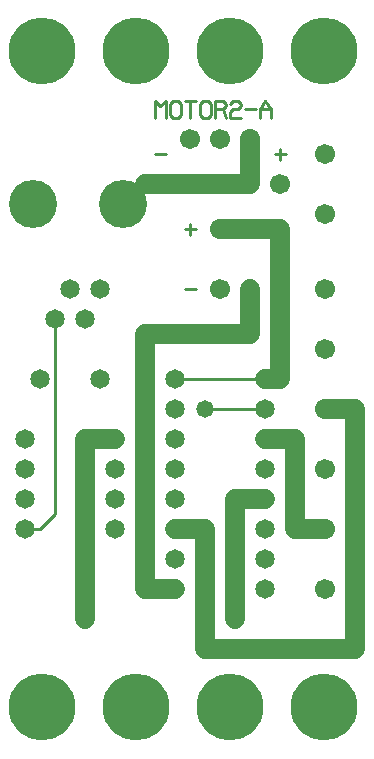
<source format=gtl>
%MOIN*%
%FSLAX25Y25*%
G04 D10 used for Character Trace; *
G04     Circle (OD=.01000) (No hole)*
G04 D11 used for Power Trace; *
G04     Circle (OD=.06700) (No hole)*
G04 D12 used for Signal Trace; *
G04     Circle (OD=.01100) (No hole)*
G04 D13 used for Via; *
G04     Circle (OD=.05800) (Round. Hole ID=.02800)*
G04 D14 used for Component hole; *
G04     Circle (OD=.06500) (Round. Hole ID=.03500)*
G04 D15 used for Component hole; *
G04     Circle (OD=.06700) (Round. Hole ID=.04300)*
G04 D16 used for Component hole; *
G04     Circle (OD=.08100) (Round. Hole ID=.05100)*
G04 D17 used for Component hole; *
G04     Circle (OD=.08900) (Round. Hole ID=.05900)*
G04 D18 used for Component hole; *
G04     Circle (OD=.11300) (Round. Hole ID=.08300)*
G04 D19 used for Component hole; *
G04     Circle (OD=.16000) (Round. Hole ID=.13000)*
G04 D20 used for Component hole; *
G04     Circle (OD=.18300) (Round. Hole ID=.15300)*
G04 D21 used for Component hole; *
G04     Circle (OD=.22291) (Round. Hole ID=.19291)*
%ADD10C,.01000*%
%ADD11C,.06700*%
%ADD12C,.01100*%
%ADD13C,.05800*%
%ADD14C,.06500*%
%ADD15C,.06700*%
%ADD16C,.08100*%
%ADD17C,.08900*%
%ADD18C,.11300*%
%ADD19C,.16000*%
%ADD20C,.18300*%
%ADD21C,.22291*%
%IPPOS*%
%LPD*%
G90*X0Y0D02*D21*X15625Y15625D03*D14*              
X30000Y45000D03*D11*Y105000D01*X40000D01*D14*D03* 
Y95000D03*X60000Y85000D03*Y125000D03*D12*         
X90000D01*D14*D03*D11*X95000D01*Y175000D01*       
X75000D01*D15*D03*D10*X63326D02*X66674D01*        
X65000Y176914D02*Y173086D01*D11*X55000Y190000D02* 
X85000D01*D15*X55000D03*D11*X50000D01*D10*        
X53326Y200000D02*X56674D01*D19*X42500Y183500D03*  
D15*X65000Y205000D03*D10*X53326Y212129D02*        
Y217871D01*X55000Y215957D01*X56674Y217871D01*     
Y212129D01*X61674Y213086D02*X60837Y212129D01*     
X59163D01*X58326Y213086D01*Y216914D01*            
X59163Y217871D01*X60837D01*X61674Y216914D01*      
Y213086D01*X65000Y212129D02*Y217871D01*X63326D02* 
X66674D01*X71674Y213086D02*X70837Y212129D01*      
X69163D01*X68326Y213086D01*Y216914D01*            
X69163Y217871D01*X70837D01*X71674Y216914D01*      
Y213086D01*X73326Y212129D02*Y217871D01*X75837D01* 
X76674Y216914D01*Y215957D01*X75837Y215000D01*     
X73326D01*X75837D02*X76674Y212129D01*             
X78326Y216914D02*X79163Y217871D01*X80837D01*      
X81674Y216914D01*Y215957D01*X80837Y215000D01*     
X79163D01*X78326Y214043D01*Y212129D01*X81674D01*  
X83326Y215000D02*X86674D01*X88326Y212129D02*      
Y215000D01*X90000Y217871D01*X91674Y215000D01*     
Y212129D01*X88326Y215000D02*X91674D01*D15*        
X75000Y205000D03*D14*X85000Y155000D03*D11*        
Y140000D01*X50000D01*Y55000D01*X60000D01*D14*D03* 
Y65000D03*X40000Y75000D03*X80000Y45000D03*D11*    
Y85000D01*X90000D01*D14*D03*D11*X100000Y75000D02* 
X110000D01*D15*D03*D11*X100000D02*Y105000D01*     
X90000D01*D14*D03*Y115000D03*D12*X70000D01*D13*   
D03*D14*X60000Y105000D03*Y115000D03*              
X90000Y95000D03*X60000D03*X40000Y85000D03*        
X35000Y125000D03*D15*X110000Y155000D03*D14*       
X30000Y145000D03*D15*X110000Y95000D03*D14*        
X60000Y75000D03*D11*X70000D01*Y35000D01*          
X120000D01*Y115000D01*X110000D01*D15*D03*         
Y135000D03*D14*X90000Y75000D03*D15*               
X75000Y155000D03*D10*X63326D02*X66674D01*D14*     
X90000Y65000D03*Y55000D03*D15*X110000D03*         
Y180000D03*D14*X35000Y155000D03*D15*              
X95000Y190000D03*D11*X85000D02*Y205000D01*D15*D03*
D10*X93326Y200000D02*X96674D01*X95000Y201914D02*  
Y198086D01*D15*X110000Y200000D03*D21*             
X109375Y234375D03*X78125D03*X46875D03*D14*        
X25000Y155000D03*X20000Y145000D03*D12*Y80000D01*  
X15000Y75000D01*X10000D01*D14*D03*Y85000D03*      
Y95000D03*Y105000D03*X15000Y125000D03*D21*        
X46875Y15625D03*X78125D03*X109375D03*D19*         
X12500Y183500D03*D21*X15625Y234375D03*M02*        

</source>
